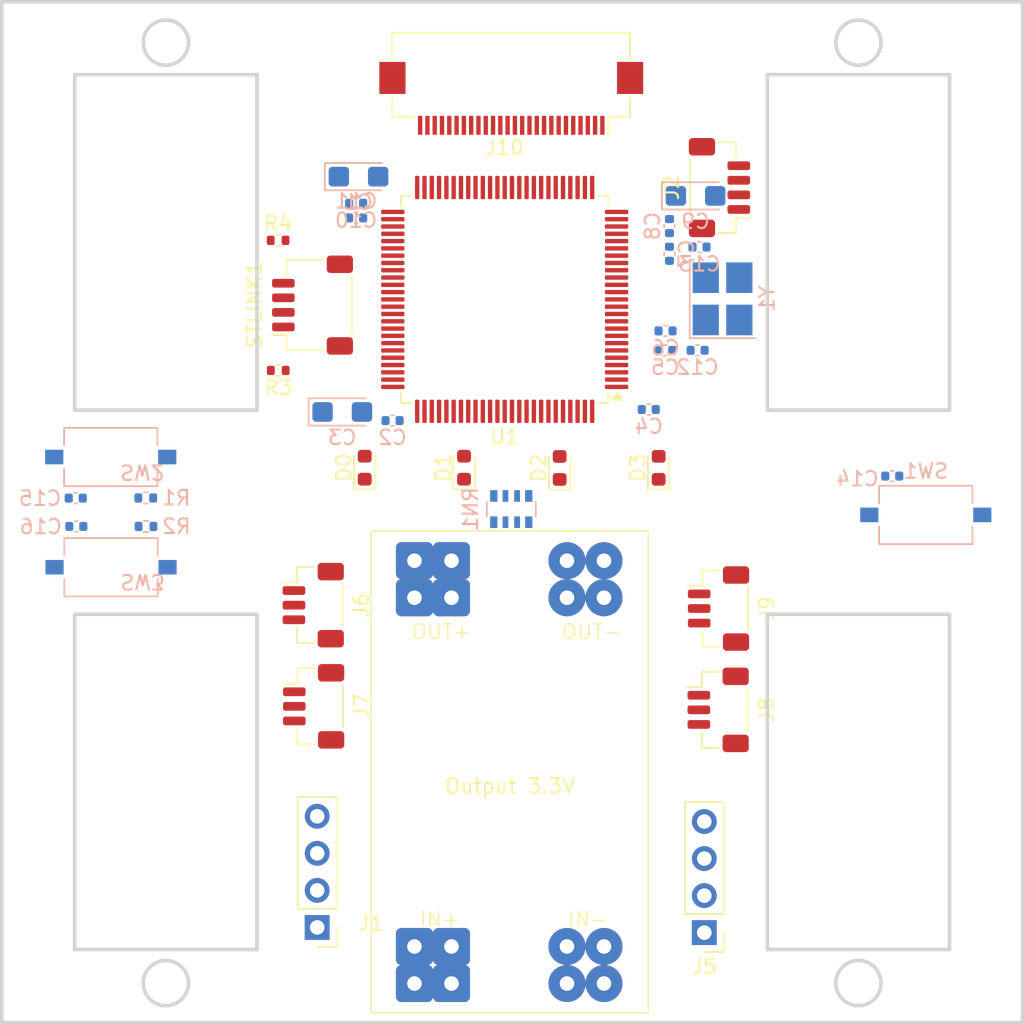
<source format=kicad_pcb>
(kicad_pcb (version 20240108) (generator "pcbnew") (generator_version "8.0")
  (layers (0 "F.Cu" signal) (31 "B.Cu" signal) (34 "B.Paste" user) (35 "F.Paste" user) (36 "B.SilkS" user "B.Silkscreen") (37 "F.SilkS" user "F.Silkscreen") (38 "B.Mask" user) (39 "F.Mask" user) (44 "Edge.Cuts" user))
  (net 0 "")
  (net 1 "Net-(U1-VCAP_1)")
  (net 2 "GND")
  (net 3 "+3.3V")
  (net 4 "Net-(U1-VCAP_2)")
  (net 5 "/PH0")
  (net 6 "/PH1")
  (net 7 "/SWCLK")
  (net 8 "/SWDIO")
  (net 13 "Net-(D1-K)")
  (net 16 "Net-(D3-K)")
  (net 22 "/USART1_TX")
  (net 23 "/NRST")
  (net 26 "+5V")
  (net 31 "/USART2_TX")
  (net 32 "/USART3_TX")
  (net 33 "/I2C1_SCL")
  (net 36 "/I2C1_SDA")
  (net 37 "/BUTTON_1")
  (net 41 "/I2C4_SCL")
  (net 43 "/NE_IN1")
  (net 46 "/SE_ENC_A")
  (net 51 "/USART1_RX")
  (net 54 "/SE_IN1")
  (net 58 "/NW_ENC_A")
  (net 59 "/SW_IN2")
  (net 60 "/NW_ENC_B")
  (net 61 "/SW_PWM")
  (net 62 "/SE_ENC_B")
  (net 63 "/NW_IN2")
  (net 64 "/NE_IN2")
  (net 65 "/NE_PWM")
  (net 66 "/NW_PWM")
  (net 67 "/I2C4_SDA")
  (net 68 "/SW_ENC_B")
  (net 69 "/NW_IN1")
  (net 70 "/SW_IN1")
  (net 71 "/SE_IN2")
  (net 72 "/USART2_RX")
  (net 73 "/USART3_RX")
  (net 74 "/SW_ENC_A")
  (net 75 "/SE_PWM")
  (net 76 "/SW_SERVO")
  (net 77 "/NE_ENC_B")
  (net 78 "/NE_SERVO")
  (net 79 "/NE_ENC_A")
  (net 80 "/SE_SERVO")
  (net 81 "/NW_SERVO")
  (net 83 "/S_TOF")
  (net 84 "/W_TOF")
  (net 85 "/N_TOF")
  (net 86 "/E_TOF")
  (net 88 "/LED_0")
  (net 89 "/LED_1")
  (net 90 "/LED_2")
  (net 91 "/LED_3")
  (net 92 "/BUTTON_0")
  (net 93 "Net-(D0-K)")
  (net 94 "Net-(D2-K)")
  (net 95 "Net-(J5-Pin_2)")
  (net 96 "Net-(J5-Pin_1)")
  (footprint "Resistor_SMD:R_0402_1005Metric" (layer "F.Cu") (at 123.13 86.21)
    (property "Reference" "R4" (at 0 -1.17 0) (layer "F.SilkS"))
    (property "Value" "10K")
    (pad "1" smd roundrect (at -0.51 0) (size 0.54 0.64) (layers "F.Cu" "F.Paste" "F.Mask") (net 2 "GND"))
    (pad "2" smd roundrect (at 0.51 0) (size 0.54 0.64) (layers "F.Cu" "F.Paste" "F.Mask") (net 8 "/SWDIO"))
  )
  (footprint "Connector_JST:JST_SH_BM03B-SRSS-TB_1x03-1MP_P1.00mm_Vertical" (layer "F.Cu") (at 153.335 111.46 -90)
    (property "Reference" "J9" (at 0 -3.3 90) (layer "F.SilkS"))
    (property "Value" "Conn_01x03_Pin")
    (pad "1" smd roundrect (at -1 1.325 270) (size 0.6 1.55) (layers "F.Cu" "F.Paste" "F.Mask") (net 78 "/NE_SERVO"))
    (pad "2" smd roundrect (at 0 1.325 270) (size 0.6 1.55) (layers "F.Cu" "F.Paste" "F.Mask") (net 26 "+5V"))
    (pad "3" smd roundrect (at 1 1.325 270) (size 0.6 1.55) (layers "F.Cu" "F.Paste" "F.Mask") (net 2 "GND"))
    (pad "MP" smd roundrect (at -2.3 -1.2 270) (size 1.2 1.8) (layers "F.Cu" "F.Paste" "F.Mask") (roundrect_rratio 0.208333))
    (pad "MP" smd roundrect (at 2.3 -1.2 270) (size 1.2 1.8) (layers "F.Cu" "F.Paste" "F.Mask") (roundrect_rratio 0.208333))
  )
  (footprint "Mini560:Mini560_5A" (layer "F.Cu") (at 138.02 122.64)
    (property "Reference" "U2")
    (property "Value" "Output 3.3V" (at 1 1 0) (layer "F.SilkS"))
    (fp_text user "IN+" (at -5.24 10.73 0) (layer "F.SilkS") (effects (font (thickness 0.1)) (justify left bottom)))
    (fp_text user "OUT-" (at 4.5 -9 0) (layer "F.SilkS") (effects (font (thickness 0.1)) (justify left bottom)))
    (fp_text user "OUT+" (at -5.8 -9 0) (layer "F.SilkS") (effects (font (thickness 0.1)) (justify left bottom)))
    (fp_text user "IN-" (at 4.92 10.73 0) (layer "F.SilkS") (effects (font (thickness 0.1)) (justify left bottom)))
    (pad "IN+" thru_hole roundrect (at -5.54 12) (size 2.54 2.54) (drill 1) (layers "*.Cu" "*.Mask") (roundrect_rratio 0.147059))
    (pad "IN+" thru_hole roundrect (at -5.54 14.54) (size 2.54 2.54) (drill 1) (layers "*.Cu" "*.Mask") (roundrect_rratio 0.147059))
    (pad "IN+" thru_hole roundrect (at -3 12) (size 2.54 2.54) (drill 1) (layers "*.Cu" "*.Mask") (roundrect_rratio 0.147059))
    (pad "IN+" thru_hole roundrect (at -3 14.54) (size 2.54 2.54) (drill 1) (layers "*.Cu" "*.Mask") (roundrect_rratio 0.147059))
    (pad "IN-" thru_hole oval (at 4.92 12) (size 2.54 2.54) (drill 1) (layers "*.Cu" "*.Mask"))
    (pad "IN-" thru_hole oval (at 4.92 14.54) (size 2.54 2.54) (drill 1) (layers "*.Cu" "*.Mask"))
    (pad "IN-" thru_hole oval (at 7.46 12) (size 2.54 2.54) (drill 1) (layers "*.Cu" "*.Mask"))
    (pad "IN-" thru_hole oval (at 7.46 14.54) (size 2.54 2.54) (drill 1) (layers "*.Cu" "*.Mask"))
    (pad "OUT+" thru_hole roundrect (at -5.54 -14.46) (size 2.54 2.54) (drill 1) (layers "*.Cu" "*.Mask") (roundrect_rratio 0.147059))
    (pad "OUT+" thru_hole roundrect (at -5.54 -11.92) (size 2.54 2.54) (drill 1) (layers "*.Cu" "*.Mask") (roundrect_rratio 0.147059))
    (pad "OUT+" thru_hole roundrect (at -3 -14.46) (size 2.54 2.54) (drill 1) (layers "*.Cu" "*.Mask") (roundrect_rratio 0.147059))
    (pad "OUT+" thru_hole roundrect (at -3 -11.92) (size 2.54 2.54) (drill 1) (layers "*.Cu" "*.Mask") (roundrect_rratio 0.147059))
    (pad "OUT-" thru_hole oval (at 4.92 -14.46) (size 2.54 2.54) (drill 1) (layers "*.Cu" "*.Mask"))
    (pad "OUT-" thru_hole oval (at 4.92 -11.92) (size 2.54 2.54) (drill 1) (layers "*.Cu" "*.Mask"))
    (pad "OUT-" thru_hole oval (at 7.46 -14.46) (size 2.54 2.54) (drill 1) (layers "*.Cu" "*.Mask"))
    (pad "OUT-" thru_hole oval (at 7.46 -11.92) (size 2.54 2.54) (drill 1) (layers "*.Cu" "*.Mask"))
  )
  (footprint "LED_SMD:LED_0603_1608Metric" (layer "F.Cu") (at 129.07 101.8025 90)
    (property "Reference" "D0" (at 0 -1.43 90) (layer "F.SilkS"))
    (property "Value" "3VL")
    (pad "1" smd roundrect (at -0.7875 0 90) (size 0.875 0.95) (layers "F.Cu" "F.Paste" "F.Mask") (net 93 "Net-(D0-K)"))
    (pad "2" smd roundrect (at 0.7875 0 90) (size 0.875 0.95) (layers "F.Cu" "F.Paste" "F.Mask") (net 88 "/LED_0"))
  )
  (footprint "Package_QFP:LQFP-100_14x14mm_P0.5mm" (layer "F.Cu") (at 138.67 90.26 180)
    (property "Reference" "U1" (at 0 -9.42 0) (layer "F.SilkS"))
    (property "Value" "STM32H743VIT6")
    (pad "1" smd roundrect (at -7.675 -6 180) (size 1.6 0.3) (layers "F.Cu" "F.Paste" "F.Mask"))
    (pad "2" smd roundrect (at -7.675 -5.5 180) (size 1.6 0.3) (layers "F.Cu" "F.Paste" "F.Mask"))
    (pad "3" smd roundrect (at -7.675 -5 180) (size 1.6 0.3) (layers "F.Cu" "F.Paste" "F.Mask"))
    (pad "4" smd roundrect (at -7.675 -4.5 180) (size 1.6 0.3) (layers "F.Cu" "F.Paste" "F.Mask"))
    (pad "5" smd roundrect (at -7.675 -4 180) (size 1.6 0.3) (layers "F.Cu" "F.Paste" "F.Mask"))
    (pad "6" smd roundrect (at -7.675 -3.5 180) (size 1.6 0.3) (layers "F.Cu" "F.Paste" "F.Mask") (net 3 "+3.3V"))
    (pad "7" smd roundrect (at -7.675 -3 180) (size 1.6 0.3) (layers "F.Cu" "F.Paste" "F.Mask"))
    (pad "8" smd roundrect (at -7.675 -2.5 180) (size 1.6 0.3) (layers "F.Cu" "F.Paste" "F.Mask"))
    (pad "9" smd roundrect (at -7.675 -2 180) (size 1.6 0.3) (layers "F.Cu" "F.Paste" "F.Mask"))
    (pad "10" smd roundrect (at -7.675 -1.5 180) (size 1.6 0.3) (layers "F.Cu" "F.Paste" "F.Mask") (net 2 "GND"))
    (pad "11" smd roundrect (at -7.675 -1 180) (size 1.6 0.3) (layers "F.Cu" "F.Paste" "F.Mask") (net 3 "+3.3V"))
    (pad "12" smd roundrect (at -7.675 -0.5 180) (size 1.6 0.3) (layers "F.Cu" "F.Paste" "F.Mask") (net 5 "/PH0"))
    (pad "13" smd roundrect (at -7.675 0 180) (size 1.6 0.3) (layers "F.Cu" "F.Paste" "F.Mask") (net 6 "/PH1"))
    (pad "14" smd roundrect (at -7.675 0.5 180) (size 1.6 0.3) (layers "F.Cu" "F.Paste" "F.Mask") (net 23 "/NRST"))
    (pad "15" smd roundrect (at -7.675 1 180) (size 1.6 0.3) (layers "F.Cu" "F.Paste" "F.Mask") (net 85 "/N_TOF"))
    (pad "16" smd roundrect (at -7.675 1.5 180) (size 1.6 0.3) (layers "F.Cu" "F.Paste" "F.Mask") (net 84 "/W_TOF"))
    (pad "17" smd roundrect (at -7.675 2 180) (size 1.6 0.3) (layers "F.Cu" "F.Paste" "F.Mask") (net 83 "/S_TOF"))
    (pad "18" smd roundrect (at -7.675 2.5 180) (size 1.6 0.3) (layers "F.Cu" "F.Paste" "F.Mask") (net 86 "/E_TOF"))
    (pad "19" smd roundrect (at -7.675 3 180) (size 1.6 0.3) (layers "F.Cu" "F.Paste" "F.Mask") (net 3 "+3.3V"))
    (pad "20" smd roundrect (at -7.675 3.5 180) (size 1.6 0.3) (layers "F.Cu" "F.Paste" "F.Mask") (net 2 "GND"))
    (pad "21" smd roundrect (at -7.675 4 180) (size 1.6 0.3) (layers "F.Cu" "F.Paste" "F.Mask") (net 3 "+3.3V"))
    (pad "22" smd roundrect (at -7.675 4.5 180) (size 1.6 0.3) (layers "F.Cu" "F.Paste" "F.Mask") (net 3 "+3.3V"))
    (pad "23" smd roundrect (at -7.675 5 180) (size 1.6 0.3) (layers "F.Cu" "F.Paste" "F.Mask") (net 79 "/NE_ENC_A"))
    (pad "24" smd roundrect (at -7.675 5.5 180) (size 1.6 0.3) (layers "F.Cu" "F.Paste" "F.Mask") (net 77 "/NE_ENC_B"))
    (pad "25" smd roundrect (at -7.675 6 180) (size 1.6 0.3) (layers "F.Cu" "F.Paste" "F.Mask") (net 31 "/USART2_TX"))
    (pad "26" smd roundrect (at -6 7.675 180) (size 0.3 1.6) (layers "F.Cu" "F.Paste" "F.Mask") (net 72 "/USART2_RX"))
    (pad "27" smd roundrect (at -5.5 7.675 180) (size 0.3 1.6) (layers "F.Cu" "F.Paste" "F.Mask") (net 2 "GND"))
    (pad "28" smd roundrect (at -5 7.675 180) (size 0.3 1.6) (layers "F.Cu" "F.Paste" "F.Mask") (net 3 "+3.3V"))
    (pad "29" smd roundrect (at -4.5 7.675 180) (size 0.3 1.6) (layers "F.Cu" "F.Paste" "F.Mask"))
    (pad "30" smd roundrect (at -4 7.675 180) (size 0.3 1.6) (layers "F.Cu" "F.Paste" "F.Mask") (net 58 "/NW_ENC_A"))
    (pad "31" smd roundrect (at -3.5 7.675 180) (size 0.3 1.6) (layers "F.Cu" "F.Paste" "F.Mask") (net 74 "/SW_ENC_A"))
    (pad "32" smd roundrect (at -3 7.675 180) (size 0.3 1.6) (layers "F.Cu" "F.Paste" "F.Mask") (net 68 "/SW_ENC_B"))
    (pad "33" smd roundrect (at -2.5 7.675 180) (size 0.3 1.6) (layers "F.Cu" "F.Paste" "F.Mask"))
    (pad "34" smd roundrect (at -2 7.675 180) (size 0.3 1.6) (layers "F.Cu" "F.Paste" "F.Mask"))
    (pad "35" smd roundrect (at -1.5 7.675 180) (size 0.3 1.6) (layers "F.Cu" "F.Paste" "F.Mask") (net 69 "/NW_IN1"))
    (pad "36" smd roundrect (at -1 7.675 180) (size 0.3 1.6) (layers "F.Cu" "F.Paste" "F.Mask") (net 63 "/NW_IN2"))
    (pad "37" smd roundrect (at -0.5 7.675 180) (size 0.3 1.6) (layers "F.Cu" "F.Paste" "F.Mask") (net 70 "/SW_IN1"))
    (pad "38" smd roundrect (at 0 7.675 180) (size 0.3 1.6) (layers "F.Cu" "F.Paste" "F.Mask") (net 59 "/SW_IN2"))
    (pad "39" smd roundrect (at 0.5 7.675 180) (size 0.3 1.6) (layers "F.Cu" "F.Paste" "F.Mask") (net 54 "/SE_IN1"))
    (pad "40" smd roundrect (at 1 7.675 180) (size 0.3 1.6) (layers "F.Cu" "F.Paste" "F.Mask") (net 66 "/NW_PWM"))
    (pad "41" smd roundrect (at 1.5 7.675 180) (size 0.3 1.6) (layers "F.Cu" "F.Paste" "F.Mask") (net 71 "/SE_IN2"))
    (pad "42" smd roundrect (at 2 7.675 180) (size 0.3 1.6) (layers "F.Cu" "F.Paste" "F.Mask") (net 61 "/SW_PWM"))
    (pad "43" smd roundrect (at 2.5 7.675 180) (size 0.3 1.6) (layers "F.Cu" "F.Paste" "F.Mask") (net 43 "/NE_IN1"))
    (pad "44" smd roundrect (at 3 7.675 180) (size 0.3 1.6) (layers "F.Cu" "F.Paste" "F.Mask") (net 75 "/SE_PWM"))
    (pad "45" smd roundrect (at 3.5 7.675 180) (size 0.3 1.6) (layers "F.Cu" "F.Paste" "F.Mask") (net 65 "/NE_PWM"))
    (pad "46" smd roundrect (at 4 7.675 180) (size 0.3 1.6) (layers "F.Cu" "F.Paste" "F.Mask") (net 64 "/NE_IN2"))
    (pad "47" smd roundrect (at 4.5 7.675 180) (size 0.3 1.6) (layers "F.Cu" "F.Paste" "F.Mask"))
    (pad "48" smd roundrect (at 5 7.675 180) (size 0.3 1.6) (layers "F.Cu" "F.Paste" "F.Mask"))
    (pad "49" smd roundrect (at 5.5 7.675 180) (size 0.3 1.6) (layers "F.Cu" "F.Paste" "F.Mask") (net 1 "Net-(U1-VCAP_1)"))
    (pad "50" smd roundrect (at 6 7.675 180) (size 0.3 1.6) (layers "F.Cu" "F.Paste" "F.Mask") (net 3 "+3.3V"))
    (pad "51" smd roundrect (at 7.675 6 180) (size 1.6 0.3) (layers "F.Cu" "F.Paste" "F.Mask"))
    (pad "52" smd roundrect (at 7.675 5.5 180) (size 1.6 0.3) (layers "F.Cu" "F.Paste" "F.Mask"))
    (pad "53" smd roundrect (at 7.675 5 180) (size 1.6 0.3) (layers "F.Cu" "F.Paste" "F.Mask") (net 22 "/USART1_TX"))
    (pad "54" smd roundrect (at 7.675 4.5 180) (size 1.6 0.3) (layers "F.Cu" "F.Paste" "F.Mask") (net 51 "/USART1_RX"))
    (pad "55" smd roundrect (at 7.675 4 180) (size 1.6 0.3) (layers "F.Cu" "F.Paste" "F.Mask") (net 32 "/USART3_TX"))
    (pad "56" smd roundrect (at 7.675 3.5 180) (size 1.6 0.3) (layers "F.Cu" "F.Paste" "F.Mask") (net 73 "/USART3_RX"))
    (pad "57" smd roundrect (at 7.675 3 180) (size 1.6 0.3) (layers "F.Cu" "F.Paste" "F.Mask"))
    (pad "58" smd roundrect (at 7.675 2.5 180) (size 1.6 0.3) (layers "F.Cu" "F.Paste" "F.Mask"))
    (pad "59" smd roundrect (at 7.675 2 180) (size 1.6 0.3) (layers "F.Cu" "F.Paste" "F.Mask") (net 46 "/SE_ENC_A"))
    (pad "60" smd roundrect (at 7.675 1.5 180) (size 1.6 0.3) (layers "F.Cu" "F.Paste" "F.Mask") (net 62 "/SE_ENC_B"))
    (pad "61" smd roundrect (at 7.675 1 180) (size 1.6 0.3) (layers "F.Cu" "F.Paste" "F.Mask"))
    (pad "62" smd roundrect (at 7.675 0.5 180) (size 1.6 0.3) (layers "F.Cu" "F.Paste" "F.Mask"))
    (pad "63" smd roundrect (at 7.675 0 180) (size 1.6 0.3) (layers "F.Cu" "F.Paste" "F.Mask") (net 81 "/NW_SERVO"))
    (pad "64" smd roundrect (at 7.675 -0.5 180) (size 1.6 0.3) (layers "F.Cu" "F.Paste" "F.Mask") (net 76 "/SW_SERVO"))
    (pad "65" smd roundrect (at 7.675 -1 180) (size 1.6 0.3) (layers "F.Cu" "F.Paste" "F.Mask") (net 80 "/SE_SERVO"))
    (pad "66" smd roundrect (at 7.675 -1.5 180) (size 1.6 0.3) (layers "F.Cu" "F.Paste" "F.Mask") (net 78 "/NE_SERVO"))
    (pad "67" smd roundrect (at 7.675 -2 180) (size 1.6 0.3) (layers "F.Cu" "F.Paste" "F.Mask"))
    (pad "68" smd roundrect (at 7.675 -2.5 180) (size 1.6 0.3) (layers "F.Cu" "F.Paste" "F.Mask"))
    (pad "69" smd roundrect (at 7.675 -3 180) (size 1.6 0.3) (layers "F.Cu" "F.Paste" "F.Mask"))
    (pad "70" smd roundrect (at 7.675 -3.5 180) (size 1.6 0.3) (layers "F.Cu" "F.Paste" "F.Mask"))
    (pad "71" smd roundrect (at 7.675 -4 180) (size 1.6 0.3) (layers "F.Cu" "F.Paste" "F.Mask"))
    (pad "72" smd roundrect (at 7.675 -4.5 180) (size 1.6 0.3) (layers "F.Cu" "F.Paste" "F.Mask") (net 8 "/SWDIO"))
    (pad "73" smd roundrect (at 7.675 -5 180) (size 1.6 0.3) (layers "F.Cu" "F.Paste" "F.Mask") (net 4 "Net-(U1-VCAP_2)"))
    (pad "74" smd roundrect (at 7.675 -5.5 180) (size 1.6 0.3) (layers "F.Cu" "F.Paste" "F.Mask") (net 2 "GND"))
    (pad "75" smd roundrect (at 7.675 -6 180) (size 1.6 0.3) (layers "F.Cu" "F.Paste" "F.Mask") (net 3 "+3.3V"))
    (pad "76" smd roundrect (at 6 -7.675 180) (size 0.3 1.6) (layers "F.Cu" "F.Paste" "F.Mask") (net 7 "/SWCLK"))
    (pad "77" smd roundrect (at 5.5 -7.675 180) (size 0.3 1.6) (layers "F.Cu" "F.Paste" "F.Mask"))
    (pad "78" smd roundrect (at 5 -7.675 180) (size 0.3 1.6) (layers "F.Cu" "F.Paste" "F.Mask"))
    (pad "79" smd roundrect (at 4.5 -7.675 180) (size 0.3 1.6) (layers "F.Cu" "F.Paste" "F.Mask"))
    (pad "80" smd roundrect (at 4 -7.675 180) (size 0.3 1.6) (layers "F.Cu" "F.Paste" "F.Mask"))
    (pad "81" smd roundrect (at 3.5 -7.675 180) (size 0.3 1.6) (layers "F.Cu" "F.Paste" "F.Mask") (net 92 "/BUTTON_0"))
    (pad "82" smd roundrect (at 3 -7.675 180) (size 0.3 1.6) (layers "F.Cu" "F.Paste" "F.Mask") (net 37 "/BUTTON_1"))
    (pad "83" smd roundrect (at 2.5 -7.675 180) (size 0.3 1.6) (layers "F.Cu" "F.Paste" "F.Mask") (net 88 "/LED_0"))
    (pad "84" smd roundrect (at 2 -7.675 180) (size 0.3 1.6) (layers "F.Cu" "F.Paste" "F.Mask") (net 89 "/LED_1"))
    (pad "85" smd roundrect (at 1.5 -7.675 180) (size 0.3 1.6) (layers "F.Cu" "F.Paste" "F.Mask") (net 90 "/LED_2"))
    (pad "86" smd roundrect (at 1 -7.675 180) (size 0.3 1.6) (layers "F.Cu" "F.Paste" "F.Mask") (net 91 "/LED_3"))
    (pad "87" smd roundrect (at 0.5 -7.675 180) (size 0.3 1.6) (layers "F.Cu" "F.Paste" "F.Mask"))
    (pad "88" smd roundrect (at 0 -7.675 180) (size 0.3 1.6) (layers "F.Cu" "F.Paste" "F.Mask"))
    (pad "89" smd roundrect (at -0.5 -7.675 180) (size 0.3 1.6) (layers "F.Cu" "F.Paste" "F.Mask") (net 60 "/NW_ENC_B"))
    (pad "90" smd roundrect (at -1 -7.675 180) (size 0.3 1.6) (layers "F.Cu" "F.Paste" "F.Mask"))
    (pad "91" smd roundrect (at -1.5 -7.675 180) (size 0.3 1.6) (layers "F.Cu" "F.Paste" "F.Mask"))
    (pad "92" smd roundrect (at -2 -7.675 180) (size 0.3 1.6) (layers "F.Cu" "F.Paste" "F.Mask") (net 33 "/I2C1_SCL"))
    (pad "93" smd roundrect (at -2.5 -7.675 180) (size 0.3 1.6) (layers "F.Cu" "F.Paste" "F.Mask") (net 36 "/I2C1_SDA"))
    (pad "94" smd roundrect (at -3 -7.675 180) (size 0.3 1.6) (layers "F.Cu" "F.Paste" "F.Mask") (net 2 "GND"))
    (pad "95" smd roundrect (at -3.5 -7.675 180) (size 0.3 1.6) (layers "F.Cu" "F.Paste" "F.Mask") (net 41 "/I2C4_SCL"))
    (pad "96" smd roundrect (at -4 -7.675 180) (size 0.3 1.6) (layers "F.Cu" "F.Paste" "F.Mask") (net 67 "/I2C4_SDA"))
    (pad "97" smd roundrect (at -4.5 -7.675 180) (size 0.3 1.6) (layers "F.Cu" "F.Paste" "F.Mask"))
    (pad "98" smd roundrect (at -5 -7.675 180) (size 0.3 1.6) (layers "F.Cu" "F.Paste" "F.Mask"))
    (pad "99" smd roundrect (at -5.5 -7.675 180) (size 0.3 1.6) (layers "F.Cu" "F.Paste" "F.Mask") (net 2 "GND"))
    (pad "100" smd roundrect (at -6 -7.675 180) (size 0.3 1.6) (layers "F.Cu" "F.Paste" "F.Mask") (net 3 "+3.3V"))
  )
  (footprint "Connector_JST:JST_SH_BM04B-SRSS-TB_1x04-1MP_P1.00mm_Vertical" (layer "F.Cu") (at 153.4 82.59 90)
    (property "Reference" "J2" (at 0 -3.3 90) (layer "F.SilkS"))
    (property "Value" "MPU")
    (pad "1" smd roundrect (at -1.5 1.325 90) (size 0.6 1.55) (layers "F.Cu" "F.Paste" "F.Mask") (net 3 "+3.3V"))
    (pad "2" smd roundrect (at -0.5 1.325 90) (size 0.6 1.55) (layers "F.Cu" "F.Paste" "F.Mask") (net 31 "/USART2_TX"))
    (pad "3" smd roundrect (at 0.5 1.325 90) (size 0.6 1.55) (layers "F.Cu" "F.Paste" "F.Mask") (net 72 "/USART2_RX"))
    (pad "4" smd roundrect (at 1.5 1.325 90) (size 0.6 1.55) (layers "F.Cu" "F.Paste" "F.Mask") (net 2 "GND"))
    (pad "MP" smd roundrect (at -2.8 -1.2 90) (size 1.2 1.8) (layers "F.Cu" "F.Paste" "F.Mask") (roundrect_rratio 0.208333))
    (pad "MP" smd roundrect (at 2.8 -1.2 90) (size 1.2 1.8) (layers "F.Cu" "F.Paste" "F.Mask") (roundrect_rratio 0.208333))
  )
  (footprint "Connector_JST:JST_SH_BM03B-SRSS-TB_1x03-1MP_P1.00mm_Vertical" (layer "F.Cu") (at 125.54 111.23 -90)
    (property "Reference" "J6" (at 0 -3.3 90) (layer "F.SilkS"))
    (property "Value" "Conn_01x03_Pin")
    (pad "1" smd roundrect (at -1 1.325 270) (size 0.6 1.55) (layers "F.Cu" "F.Paste" "F.Mask") (net 81 "/NW_SERVO"))
    (pad "2" smd roundrect (at 0 1.325 270) (size 0.6 1.55) (layers "F.Cu" "F.Paste" "F.Mask") (net 26 "+5V"))
    (pad "3" smd roundrect (at 1 1.325 270) (size 0.6 1.55) (layers "F.Cu" "F.Paste" "F.Mask") (net 2 "GND"))
    (pad "MP" smd roundrect (at -2.3 -1.2 270) (size 1.2 1.8) (layers "F.Cu" "F.Paste" "F.Mask") (roundrect_rratio 0.208333))
    (pad "MP" smd roundrect (at 2.3 -1.2 270) (size 1.2 1.8) (layers "F.Cu" "F.Paste" "F.Mask") (roundrect_rratio 0.208333))
  )
  (footprint "Resistor_SMD:R_0402_1005Metric" (layer "F.Cu") (at 123.14 95.13 180)
    (property "Reference" "R3" (at 0 -1.17 0) (layer "F.SilkS"))
    (property "Value" "10K")
    (pad "1" smd roundrect (at -0.51 0 180) (size 0.54 0.64) (layers "F.Cu" "F.Paste" "F.Mask") (net 7 "/SWCLK"))
    (pad "2" smd roundrect (at 0.51 0 180) (size 0.54 0.64) (layers "F.Cu" "F.Paste" "F.Mask") (net 3 "+3.3V"))
  )
  (footprint "Connector_FFC-FPC:Hirose_FH12-26S-0.5SH_1x26-1MP_P0.50mm_Horizontal" (layer "F.Cu") (at 139.12 76.47 180)
    (property "Reference" "J10" (at 0.46 -3.38 0) (layer "F.SilkS"))
    (property "Value" "Conn_01x26_Socket")
    (pad "1" smd rect (at -6.25 -1.85 180) (size 0.3 1.3) (layers "F.Cu" "F.Paste" "F.Mask") (net 85 "/N_TOF"))
    (pad "2" smd rect (at -5.75 -1.85 180) (size 0.3 1.3) (layers "F.Cu" "F.Paste" "F.Mask") (net 84 "/W_TOF"))
    (pad "3" smd rect (at -5.25 -1.85 180) (size 0.3 1.3) (layers "F.Cu" "F.Paste" "F.Mask") (net 83 "/S_TOF"))
    (pad "4" smd rect (at -4.75 -1.85 180) (size 0.3 1.3) (layers "F.Cu" "F.Paste" "F.Mask") (net 86 "/E_TOF"))
    (pad "5" smd rect (at -4.25 -1.85 180) (size 0.3 1.3) (layers "F.Cu" "F.Paste" "F.Mask") (net 69 "/NW_IN1"))
    (pad "6" smd rect (at -3.75 -1.85 180) (size 0.3 1.3) (layers "F.Cu" "F.Paste" "F.Mask") (net 63 "/NW_IN2"))
    (pad "7" smd rect (at -3.25 -1.85 180) (size 0.3 1.3) (layers "F.Cu" "F.Paste" "F.Mask") (net 66 "/NW_PWM"))
    (pad "8" smd rect (at -2.75 -1.85 180) (size 0.3 1.3) (layers "F.Cu" "F.Paste" "F.Mask") (net 58 "/NW_ENC_A"))
    (pad "9" smd rect (at -2.25 -1.85 180) (size 0.3 1.3) (layers "F.Cu" "F.Paste" "F.Mask") (net 60 "/NW_ENC_B"))
    (pad "10" smd rect (at -1.75 -1.85 180) (size 0.3 1.3) (layers "F.Cu" "F.Paste" "F.Mask") (net 70 "/SW_IN1"))
    (pad "11" smd rect (at -1.25 -1.85 180) (size 0.3 1.3) (layers "F.Cu" "F.Paste" "F.Mask") (net 59 "/SW_IN2"))
    (pad "12" smd rect (at -0.75 -1.85 180) (size 0.3 1.3) (layers "F.Cu" "F.Paste" "F.Mask") (net 61 "/SW_PWM"))
    (pad "13" smd rect (at -0.25 -1.85 180) (size 0.3 1.3) (layers "F.Cu" "F.Paste" "F.Mask") (net 74 "/SW_ENC_A"))
    (pad "14" smd rect (at 0.25 -1.85 180) (size 0.3 1.3) (layers "F.Cu" "F.Paste" "F.Mask") (net 68 "/SW_ENC_B"))
    (pad "15" smd rect (at 0.75 -1.85 180) (size 0.3 1.3) (layers "F.Cu" "F.Paste" "F.Mask") (net 54 "/SE_IN1"))
    (pad "16" smd rect (at 1.25 -1.85 180) (size 0.3 1.3) (layers "F.Cu" "F.Paste" "F.Mask") (net 71 "/SE_IN2"))
    (pad "17" smd rect (at 1.75 -1.85 180) (size 0.3 1.3) (layers "F.Cu" "F.Paste" "F.Mask") (net 75 "/SE_PWM"))
    (pad "18" smd rect (at 2.25 -1.85 180) (size 0.3 1.3) (layers "F.Cu" "F.Paste" "F.Mask") (net 46 "/SE_ENC_A"))
    (pad "19" smd rect (at 2.75 -1.85 180) (size 0.3 1.3) (layers "F.Cu" "F.Paste" "F.Mask") (net 62 "/SE_ENC_B"))
    (pad "20" smd rect (at 3.25 -1.85 180) (size 0.3 1.3) (layers "F.Cu" "F.Paste" "F.Mask") (net 43 "/NE_IN1"))
    (pad "21" smd rect (at 3.75 -1.85 180) (size 0.3 1.3) (layers "F.Cu" "F.Paste" "F.Mask") (net 64 "/NE_IN2"))
    (pad "22" smd rect (at 4.25 -1.85 180) (size 0.3 1.3) (layers "F.Cu" "F.Paste" "F.Mask") (net 65 "/NE_PWM"))
    (pad "23" smd rect (at 4.75 -1.85 180) (size 0.3 1.3) (layers "F.Cu" "F.Paste" "F.Mask") (net 79 "/NE_ENC_A"))
    (pad "24" smd rect (at 5.25 -1.85 180) (size 0.3 1.3) (layers "F.Cu" "F.Paste" "F.Mask") (net 77 "/NE_ENC_B"))
    (pad "25" smd rect (at 5.75 -1.85 180) (size 0.3 1.3) (layers "F.Cu" "F.Paste" "F.Mask"))
    (pad "26" smd rect (at 6.25 -1.85 180) (size 0.3 1.3) (layers "F.Cu" "F.Paste" "F.Mask"))
    (pad "MP" smd rect (at -8.15 1.4 180) (size 1.8 2.2) (layers "F.Cu" "F.Paste" "F.Mask"))
    (pad "MP" smd rect (at 8.15 1.4 180) (size 1.8 2.2) (layers "F.Cu" "F.Paste" "F.Mask"))
  )
  (footprint "LED_SMD:LED_0603_1608Metric" (layer "F.Cu") (at 149.23 101.8125 90)
    (property "Reference" "D3" (at 0 -1.43 90) (layer "F.SilkS"))
    (property "Value" "3VL")
    (pad "1" smd roundrect (at -0.7875 0 90) (size 0.875 0.95) (layers "F.Cu" "F.Paste" "F.Mask") (net 16 "Net-(D3-K)"))
    (pad "2" smd roundrect (at 0.7875 0 90) (size 0.875 0.95) (layers "F.Cu" "F.Paste" "F.Mask") (net 91 "/LED_3"))
  )
  (footprint "Connector_JST:JST_SH_BM03B-SRSS-TB_1x03-1MP_P1.00mm_Vertical" (layer "F.Cu") (at 153.31 118.41 -90)
    (property "Reference" "J8" (at 0 -3.3 90) (layer "F.SilkS"))
    (property "Value" "Conn_01x03_Pin")
    (pad "1" smd roundrect (at -1 1.325 270) (size 0.6 1.55) (layers "F.Cu" "F.Paste" "F.Mask") (net 80 "/SE_SERVO"))
    (pad "2" smd roundrect (at 0 1.325 270) (size 0.6 1.55) (layers "F.Cu" "F.Paste" "F.Mask") (net 26 "+5V"))
    (pad "3" smd roundrect (at 1 1.325 270) (size 0.6 1.55) (layers "F.Cu" "F.Paste" "F.Mask") (net 2 "GND"))
    (pad "MP" smd roundrect (at -2.3 -1.2 270) (size 1.2 1.8) (layers "F.Cu" "F.Paste" "F.Mask") (roundrect_rratio 0.208333))
    (pad "MP" smd roundrect (at 2.3 -1.2 270) (size 1.2 1.8) (layers "F.Cu" "F.Paste" "F.Mask") (roundrect_rratio 0.208333))
  )
  (footprint "Connector_JST:JST_SH_SM04B-SRSS-TB_1x04-1MP_P1.00mm_Horizontal" (layer "F.Cu") (at 125.49 90.65 90)
    (property "Reference" "STLINK1" (at 0 -3.98 90) (layer "F.SilkS"))
    (property "Value" "STLINK")
    (pad "1" smd roundrect (at -1.5 -2 90) (size 0.6 1.55) (layers "F.Cu" "F.Paste" "F.Mask") (net 3 "+3.3V"))
    (pad "2" smd roundrect (at -0.5 -2 90) (size 0.6 1.55) (layers "F.Cu" "F.Paste" "F.Mask") (net 2 "GND"))
    (pad "3" smd roundrect (at 0.5 -2 90) (size 0.6 1.55) (layers "F.Cu" "F.Paste" "F.Mask") (net 7 "/SWCLK"))
    (pad "4" smd roundrect (at 1.5 -2 90) (size 0.6 1.55) (layers "F.Cu" "F.Paste" "F.Mask") (net 8 "/SWDIO"))
    (pad "MP" smd roundrect (at -2.8 1.875 90) (size 1.2 1.8) (layers "F.Cu" "F.Paste" "F.Mask") (roundrect_rratio 0.208333))
    (pad "MP" smd roundrect (at 2.8 1.875 90) (size 1.2 1.8) (layers "F.Cu" "F.Paste" "F.Mask") (roundrect_rratio 0.208333))
  )
  (footprint "Connector_PinHeader_2.54mm:PinHeader_1x04_P2.54mm_Vertical" (layer "F.Cu") (at 125.81 133.33 180)
    (property "Reference" "J1" (at -3.7 0.29 0) (layer "F.SilkS"))
    (property "Value" "MPU")
    (pad "1" thru_hole rect (at 0 0 180) (size 1.7 1.7) (drill 1) (layers "*.Cu" "*.Mask") (net 3 "+3.3V"))
    (pad "2" thru_hole oval (at 0 2.54 180) (size 1.7 1.7) (drill 1) (layers "*.Cu" "*.Mask") (net 22 "/USART1_TX"))
    (pad "3" thru_hole oval (at 0 5.08 180) (size 1.7 1.7) (drill 1) (layers "*.Cu" "*.Mask") (net 51 "/USART1_RX"))
    (pad "4" thru_hole oval (at 0 7.62 180) (size 1.7 1.7) (drill 1) (layers "*.Cu" "*.Mask") (net 2 "GND"))
  )
  (footprint "Connector_PinHeader_2.54mm:PinHeader_1x04_P2.54mm_Vertical" (layer "F.Cu") (at 152.36 133.69 180)
    (property "Reference" "J5" (at 0 -2.33 0) (layer "F.SilkS"))
    (property "Value" "Conn_01x04_Pin")
    (pad "1" thru_hole rect (at 0 0 180) (size 1.7 1.7) (drill 1) (layers "*.Cu" "*.Mask") (net 96 "Net-(J5-Pin_1)"))
    (pad "2" thru_hole oval (at 0 2.54 180) (size 1.7 1.7) (drill 1) (layers "*.Cu" "*.Mask") (net 95 "Net-(J5-Pin_2)"))
    (pad "3" thru_hole oval (at 0 5.08 180) (size 1.7 1.7) (drill 1) (layers "*.Cu" "*.Mask") (net 26 "+5V"))
    (pad "4" thru_hole oval (at 0 7.62 180) (size 1.7 1.7) (drill 1) (layers "*.Cu" "*.Mask") (net 2 "GND"))
  )
  (footprint "Connector_JST:JST_SH_BM03B-SRSS-TB_1x03-1MP_P1.00mm_Vertical" (layer "F.Cu") (at 125.565 118.17 -90)
    (property "Reference" "J7" (at 0 -3.3 90) (layer "F.SilkS"))
    (property "Value" "Conn_01x03_Pin")
    (pad "1" smd roundrect (at -1 1.325 270) (size 0.6 1.55) (layers "F.Cu" "F.Paste" "F.Mask") (net 76 "/SW_SERVO"))
    (pad "2" smd roundrect (at 0 1.325 270) (size 0.6 1.55) (layers "F.Cu" "F.Paste" "F.Mask") (net 26 "+5V"))
    (pad "3" smd roundrect (at 1 1.325 270) (size 0.6 1.55) (layers "F.Cu" "F.Paste" "F.Mask") (net 2 "GND"))
    (pad "MP" smd roundrect (at -2.3 -1.2 270) (size 1.2 1.8) (layers "F.Cu" "F.Paste" "F.Mask") (roundrect_rratio 0.208333))
    (pad "MP" smd roundrect (at 2.3 -1.2 270) (size 1.2 1.8) (layers "F.Cu" "F.Paste" "F.Mask") (roundrect_rratio 0.208333))
  )
  (footprint "LED_SMD:LED_0603_1608Metric" (layer "F.Cu") (at 135.88 101.8025 90)
    (property "Reference" "D1" (at 0 -1.43 90) (layer "F.SilkS"))
    (property "Value" "3VL")
    (pad "1" smd roundrect (at -0.7875 0 90) (size 0.875 0.95) (layers "F.Cu" "F.Paste" "F.Mask") (net 13 "Net-(D1-K)"))
    (pad "2" smd roundrect (at 0.7875 0 90) (size 0.875 0.95) (layers "F.Cu" "F.Paste" "F.Mask") (net 89 "/LED_1"))
  )
  (footprint "LED_SMD:LED_0603_1608Metric" (layer "F.Cu") (at 142.44 101.82 90)
    (property "Reference" "D2" (at 0 -1.43 90) (layer "F.SilkS"))
    (property "Value" "3VL")
    (pad "1" smd roundrect (at -0.7875 0 90) (size 0.875 0.95) (layers "F.Cu" "F.Paste" "F.Mask") (net 94 "Net-(D2-K)"))
    (pad "2" smd roundrect (at 0.7875 0 90) (size 0.875 0.95) (layers "F.Cu" "F.Paste" "F.Mask") (net 90 "/LED_2"))
  )
  (footprint "Resistor_SMD:R_0402_1005Metric" (layer "B.Cu") (at 114.07 105.83 180)
    (property "Reference" "R2" (at -2.09 0.01 0) (layer "B.SilkS") (effects (justify mirror)))
    (property "Value" "1K")
    (pad "1" smd roundrect (at -0.51 0 180) (size 0.54 0.64) (layers "B.Cu" "B.Paste" "B.Mask") (net 37 "/BUTTON_1"))
    (pad "2" smd roundrect (at 0.51 0 180) (size 0.54 0.64) (layers "B.Cu" "B.Paste" "B.Mask") (net 3 "+3.3V"))
  )
  (footprint "Button_Switch_SMD:SW_Tactile_SPST_NO_Straight_CK_PTS636Sx25SMTRLFS" (layer "B.Cu") (at 167.55 105.04 180)
    (property "Reference" "SW1" (at 0 3 0) (layer "B.SilkS") (effects (justify mirror)))
    (property "Value" "SW_Push")
    (pad "1" smd rect (at -3.875 0 180) (size 1.25 1) (layers "B.Cu" "B.Paste" "B.Mask") (net 2 "GND"))
    (pad "2" smd rect (at 3.875 0 180) (size 1.25 1) (layers "B.Cu" "B.Paste" "B.Mask") (net 23 "/NRST"))
  )
  (footprint "Button_Switch_SMD:SW_Tactile_SPST_NO_Straight_CK_PTS636Sx25SMTRLFS" (layer "B.Cu") (at 111.65 101.07)
    (property "Reference" "SW2" (at 2.17 1.035 180) (layer "B.SilkS") (effects (justify mirror)))
    (property "Value" "SW_Push")
    (pad "1" smd rect (at -3.875 0) (size 1.25 1) (layers "B.Cu" "B.Paste" "B.Mask") (net 2 "GND"))
    (pad "2" smd rect (at 3.875 0) (size 1.25 1) (layers "B.Cu" "B.Paste" "B.Mask") (net 92 "/BUTTON_0"))
  )
  (footprint "Capacitor_SMD:C_0402_1005Metric" (layer "B.Cu") (at 109.29 105.83)
    (property "Reference" "C16" (at -2.44 0.01 0) (layer "B.SilkS") (effects (justify mirror)))
    (property "Value" "100nF")
    (pad "1" smd roundrect (at -0.48 0) (size 0.56 0.62) (layers "B.Cu" "B.Paste" "B.Mask") (net 2 "GND"))
    (pad "2" smd roundrect (at 0.48 0) (size 0.56 0.62) (layers "B.Cu" "B.Paste" "B.Mask") (net 3 "+3.3V"))
  )
  (footprint "Resistor_SMD:R_0402_1005Metric" (layer "B.Cu") (at 114.05 103.88 180)
    (property "Reference" "R1" (at -2.09 0.01 0) (layer "B.SilkS") (effects (justify mirror)))
    (property "Value" "1K")
    (pad "1" smd roundrect (at -0.51 0 180) (size 0.54 0.64) (layers "B.Cu" "B.Paste" "B.Mask") (net 92 "/BUTTON_0"))
    (pad "2" smd roundrect (at 0.51 0 180) (size 0.54 0.64) (layers "B.Cu" "B.Paste" "B.Mask") (net 3 "+3.3V"))
  )
  (footprint "Capacitor_SMD:C_0402_1005Metric" (layer "B.Cu") (at 149.97 87.13 90)
    (property "Reference" "C7" (at 0 1.16 90) (layer "B.SilkS") (effects (justify mirror)))
    (property "Value" "100nF")
    (pad "1" smd roundrect (at -0.48 0 90) (size 0.56 0.62) (layers "B.Cu" "B.Paste" "B.Mask") (net 3 "+3.3V"))
    (pad "2" smd roundrect (at 0.48 0 90) (size 0.56 0.62) (layers "B.Cu" "B.Paste" "B.Mask") (net 2 "GND"))
  )
  (footprint "Capacitor_Tantalum_SMD:CP_EIA-3216-10_Kemet-I" (layer "B.Cu") (at 128.6425 81.84)
    (property "Reference" "C1" (at 0 1.75 0) (layer "B.SilkS") (effects (justify mirror)))
    (property "Value" "2.2uF")
    (pad "1" smd roundrect (at -1.35 0) (size 1.4 1.35) (layers "B.Cu" "B.Paste" "B.Mask") (roundrect_rratio 0.185185) (net 2 "GND"))
    (pad "2" smd roundrect (at 1.35 0) (size 1.4 1.35) (layers "B.Cu" "B.Paste" "B.Mask") (roundrect_rratio 0.185185) (net 1 "Net-(U1-VCAP_1)"))
  )
  (footprint "Capacitor_SMD:C_0402_1005Metric" (layer "B.Cu") (at 128.48 84.67 180)
    (property "Reference" "C11" (at 0 1.16 0) (layer "B.SilkS") (effects (justify mirror)))
    (property "Value" "100nF")
    (pad "1" smd roundrect (at -0.48 0 180) (size 0.56 0.62) (layers "B.Cu" "B.Paste" "B.Mask") (net 3 "+3.3V"))
    (pad "2" smd roundrect (at 0.48 0 180) (size 0.56 0.62) (layers "B.Cu" "B.Paste" "B.Mask") (net 2 "GND"))
  )
  (footprint "Capacitor_SMD:C_0402_1005Metric" (layer "B.Cu") (at 149.7 92.42)
    (property "Reference" "C6" (at 0 1.16 0) (layer "B.SilkS") (effects (justify mirror)))
    (property "Value" "100nF")
    (pad "1" smd roundrect (at -0.48 0) (size 0.56 0.62) (layers "B.Cu" "B.Paste" "B.Mask") (net 3 "+3.3V"))
    (pad "2" smd roundrect (at 0.48 0) (size 0.56 0.62) (layers "B.Cu" "B.Paste" "B.Mask") (net 2 "GND"))
  )
  (footprint "Capacitor_SMD:C_0402_1005Metric" (layer "B.Cu") (at 152.03 86.67)
    (property "Reference" "C13" (at 0 1.16 0) (layer "B.SilkS") (effects (justify mirror)))
    (property "Value" "15pF")
    (pad "1" smd roundrect (at -0.48 0) (size 0.56 0.62) (layers "B.Cu" "B.Paste" "B.Mask") (net 2 "GND"))
    (pad "2" smd roundrect (at 0.48 0) (size 0.56 0.62) (layers "B.Cu" "B.Paste" "B.Mask") (net 6 "/PH1"))
  )
  (footprint "Capacitor_SMD:C_0402_1005Metric" (layer "B.Cu") (at 128.48 83.67)
    (property "Reference" "C10" (at 0 1.16 0) (layer "B.SilkS") (effects (justify mirror)))
    (property "Value" "100nF")
    (pad "1" smd roundrect (at -0.48 0) (size 0.56 0.62) (layers "B.Cu" "B.Paste" "B.Mask") (net 2 "GND"))
    (pad "2" smd roundrect (at 0.48 0) (size 0.56 0.62) (layers "B.Cu" "B.Paste" "B.Mask") (net 3 "+3.3V"))
  )
  (footprint "Capacitor_Tantalum_SMD:CP_EIA-3216-10_Kemet-I" (layer "B.Cu") (at 127.53 97.98)
    (property "Reference" "C3" (at 0 1.75 0) (layer "B.SilkS") (effects (justify mirror)))
    (property "Value" "2.2uF")
    (pad "1" smd roundrect (at -1.35 0) (size 1.4 1.35) (layers "B.Cu" "B.Paste" "B.Mask") (roundrect_rratio 0.185185) (net 2 "GND"))
    (pad "2" smd roundrect (at 1.35 0) (size 1.4 1.35) (layers "B.Cu" "B.Paste" "B.Mask") (roundrect_rratio 0.185185) (net 4 "Net-(U1-VCAP_2)"))
  )
  (footprint "Capacitor_Tantalum_SMD:CP_EIA-3216-10_Kemet-I" (layer "B.Cu") (at 151.76 83.16)
    (property "Reference" "C9" (at 0 1.75 0) (layer "B.SilkS") (effects (justify mirror)))
    (property "Value" "4.7uF")
    (pad "1" smd roundrect (at -1.35 0) (size 1.4 1.35) (layers "B.Cu" "B.Paste" "B.Mask") (roundrect_rratio 0.185185) (net 3 "+3.3V"))
    (pad "2" smd roundrect (at 1.35 0) (size 1.4 1.35) (layers "B.Cu" "B.Paste" "B.Mask") (roundrect_rratio 0.185185) (net 2 "GND"))
  )
  (footprint "Capacitor_SMD:C_0402_1005Metric" (layer "B.Cu") (at 130.98 98.57)
    (property "Reference" "C2" (at 0 1.16 0) (layer "B.SilkS") (effects (justify mirror)))
    (property "Value" "100nF")
    (pad "1" smd roundrect (at -0.48 0) (size 0.56 0.62) (layers "B.Cu" "B.Paste" "B.Mask") (net 2 "GND"))
    (pad "2" smd roundrect (at 0.48 0) (size 0.56 0.62) (layers "B.Cu" "B.Paste" "B.Mask") (net 3 "+3.3V"))
  )
  (footprint "Capacitor_SMD:C_0402_1005Metric" (layer "B.Cu") (at 165.25 102.38 180)
    (property "Reference" "C14" (at 2.38 -0.18 0) (layer "B.SilkS") (effects (justify mirror)))
    (property "Value" "100nF")
    (pad "1" smd roundrect (at -0.48 0 180) (size 0.56 0.62) (layers "B.Cu" "B.Paste" "B.Mask") (net 2 "GND"))
    (pad "2" smd roundrect (at 0.48 0 180) (size 0.56 0.62) (layers "B.Cu" "B.Paste" "B.Mask") (net 23 "/NRST"))
  )
  (footprint "Capacitor_SMD:C_0402_1005Metric" (layer "B.Cu") (at 151.9 93.75)
    (property "Reference" "C12" (at 0 1.16 0) (layer "B.SilkS") (effects (justify mirror)))
    (property "Value" "15pF")
    (pad "1" smd roundrect (at -0.48 0) (size 0.56 0.62) (layers "B.Cu" "B.Paste" "B.Mask") (net 2 "GND"))
    (pad "2" smd roundrect (at 0.48 0) (size 0.56 0.62) (layers "B.Cu" "B.Paste" "B.Mask") (net 5 "/PH0"))
  )
  (footprint "Capacitor_SMD:C_0402_1005Metric" (layer "B.Cu") (at 149.68 93.76)
    (property "Reference" "C5" (at 0 1.16 0) (layer "B.SilkS") (effects (justify mirror)))
    (property "Value" "100nF")
    (pad "1" smd roundrect (at -0.48 0) (size 0.56 0.62) (layers "B.Cu" "B.Paste" "B.Mask") (net 3 "+3.3V"))
    (pad "2" smd roundrect (at 0.48 0) (size 0.56 0.62) (layers "B.Cu" "B.Paste" "B.Mask") (net 2 "GND"))
  )
  (footprint "Button_Switch_SMD:SW_Tactile_SPST_NO_Straight_CK_PTS636Sx25SMTRLFS" (layer "B.Cu") (at 111.67 108.63)
    (property "Reference" "SW3" (at 2.17 0.985 180) (layer "B.SilkS") (effects (justify mirror)))
    (property "Value" "SW_Push")
    (pad "1" smd rect (at -3.875 0) (size 1.25 1) (layers "B.Cu" "B.Paste" "B.Mask") (net 2 "GND"))
    (pad "2" smd rect (at 3.875 0) (size 1.25 1) (layers "B.Cu" "B.Paste" "B.Mask") (net 37 "/BUTTON_1"))
  )
  (footprint "Capacitor_SMD:C_0402_1005Metric" (layer "B.Cu") (at 149.97 85.23 -90)
    (property "Reference" "C8" (at 0 1.16 90) (layer "B.SilkS") (effects (justify mirror)))
    (property "Value" "100nF")
    (pad "1" smd roundrect (at -0.48 0 270) (size 0.56 0.62) (layers "B.Cu" "B.Paste" "B.Mask") (net 3 "+3.3V"))
    (pad "2" smd roundrect (at 0.48 0 270) (size 0.56 0.62) (layers "B.Cu" "B.Paste" "B.Mask") (net 2 "GND"))
  )
  (footprint "Resistor_SMD:R_Array_Convex_4x0603" (layer "B.Cu") (at 139.12 104.64 -90)
    (property "Reference" "RN1" (at 0 2.8 90) (layer "B.SilkS") (effects (justify mirror)))
    (property "Value" "R_Pack04")
    (pad "1" smd rect (at -0.9 1.2 270) (size 0.8 0.5) (layers "B.Cu" "B.Paste" "B.Mask") (net 93 "Net-(D0-K)"))
    (pad "2" smd rect (at -0.9 0.4 270) (size 0.8 0.4) (layers "B.Cu" "B.Paste" "B.Mask") (net 13 "Net-(D1-K)"))
    (pad "3" smd rect (at -0.9 -0.4 270) (size 0.8 0.4) (layers "B.Cu" "B.Paste" "B.Mask") (net 94 "Net-(D2-K)"))
    (pad "4" smd rect (at -0.9 -1.2 270) (size 0.8 0.5) (layers "B.Cu" "B.Paste" "B.Mask") (net 16 "Net-(D3-K)"))
    (pad "5" smd rect (at 0.9 -1.2 270) (size 0.8 0.5) (layers "B.Cu" "B.Paste" "B.Mask") (net 2 "GND"))
    (pad "6" smd rect (at 0.9 -0.4 270) (size 0.8 0.4) (layers "B.Cu" "B.Paste" "B.Mask") (net 2 "GND"))
    (pad "7" smd rect (at 0.9 0.4 270) (size 0.8 0.4) (layers "B.Cu" "B.Paste" "B.Mask") (net 2 "GND"))
    (pad "8" smd rect (at 0.9 1.2 270) (size 0.8 0.5) (layers "B.Cu" "B.Paste" "B.Mask") (net 2 "GND"))
  )
  (footprint "Capacitor_SMD:C_0402_1005Metric" (layer "B.Cu") (at 109.25 103.89)
    (property "Reference" "C15" (at -2.45 0.01 0) (layer "B.SilkS") (effects (justify mirror)))
    (property "Value" "100nF")
    (pad "1" smd roundrect (at -0.48 0) (size 0.56 0.62) (layers "B.Cu" "B.Paste" "B.Mask") (net 2 "GND"))
    (pad "2" smd roundrect (at 0.48 0) (size 0.56 0.62) (layers "B.Cu" "B.Paste" "B.Mask") (net 3 "+3.3V"))
  )
  (footprint "Crystal:Crystal_SMD_3225-4Pin_3.2x2.5mm_HandSoldering" (layer "B.Cu") (at 153.61 90.22 90)
    (property "Reference" "Y1" (at 0 3.05 90) (layer "B.SilkS") (effects (justify mirror)))
    (property "Value" "48MHz")
    (pad "1" smd rect (at -1.45 -1.15 90) (size 2.1 1.8) (layers "B.Cu" "B.Paste" "B.Mask") (net 5 "/PH0"))
    (pad "2" smd rect (at 1.45 -1.15 90) (size 2.1 1.8) (layers "B.Cu" "B.Paste" "B.Mask") (net 6 "/PH1"))
    (pad "3" smd rect (at 1.45 1.15 90) (size 2.1 1.8) (layers "B.Cu" "B.Paste" "B.Mask"))
    (pad "4" smd rect (at -1.45 1.15 90) (size 2.1 1.8) (layers "B.Cu" "B.Paste" "B.Mask"))
  )
  (footprint "Capacitor_SMD:C_0402_1005Metric" (layer "B.Cu") (at 148.55 97.81)
    (property "Reference" "C4" (at 0 1.16 0) (layer "B.SilkS") (effects (justify mirror)))
    (property "Value" "100nF")
    (pad "1" smd roundrect (at -0.48 0) (size 0.56 0.62) (layers "B.Cu" "B.Paste" "B.Mask") (net 3 "+3.3V"))
    (pad "2" smd roundrect (at 0.48 0) (size 0.56 0.62) (layers "B.Cu" "B.Paste" "B.Mask") (net 2 "GND"))
  )
  (gr_line (start 156.68 134.85) (end 169.18 134.85) (stroke (width 0.25)) (layer "Edge.Cuts"))
  (gr_line (start 109.18 74.85) (end 109.18 97.85) (stroke (width 0.25)) (layer "Edge.Cuts"))
  (gr_line (start 109.18 134.85) (end 121.68 134.85) (stroke (width 0.25)) (layer "Edge.Cuts"))
  (gr_line (start 121.68 134.85) (end 121.68 111.85) (stroke (width 0.25)) (layer "Edge.Cuts"))
  (gr_line (start 169.18 111.85) (end 156.68 111.85) (stroke (width 0.25)) (layer "Edge.Cuts"))
  (gr_circle (center 162.93 137.15) (end 164.48 137.15) (stroke (width 0.25)) (fill none) (layer "Edge.Cuts"))
  (gr_line (start 104.18 69.85) (end 104.18 139.85) (stroke (width 0.25)) (layer "Edge.Cuts"))
  (gr_line (start 109.18 111.85) (end 109.18 134.85) (stroke (width 0.25)) (layer "Edge.Cuts"))
  (gr_line (start 156.68 111.85) (end 156.68 134.85) (stroke (width 0.25)) (layer "Edge.Cuts"))
  (gr_line (start 169.18 134.85) (end 169.18 111.85) (stroke (width 0.25)) (layer "Edge.Cuts"))
  (gr_line (start 121.68 74.85) (end 109.18 74.85) (stroke (width 0.25)) (layer "Edge.Cuts"))
  (gr_line (start 109.18 97.85) (end 121.68 97.85) (stroke (width 0.25)) (layer "Edge.Cuts"))
  (gr_line (start 121.68 111.85) (end 109.18 111.85) (stroke (width 0.25)) (layer "Edge.Cuts"))
  (gr_line (start 174.18 139.85) (end 174.18 69.85) (stroke (width 0.25)) (layer "Edge.Cuts"))
  (gr_line (start 121.68 97.85) (end 121.68 74.85) (stroke (width 0.25)) (layer "Edge.Cuts"))
  (gr_line (start 169.18 97.85) (end 169.18 74.85) (stroke (width 0.25)) (layer "Edge.Cuts"))
  (gr_line (start 156.68 74.85) (end 156.68 97.85) (stroke (width 0.25)) (layer "Edge.Cuts"))
  (gr_circle (center 115.43 137.15) (end 116.98 137.15) (stroke (width 0.25)) (fill none) (layer "Edge.Cuts"))
  (gr_circle (center 162.93 72.65) (end 164.48 72.65) (stroke (width 0.25)) (fill none) (layer "Edge.Cuts"))
  (gr_line (start 104.18 139.85) (end 174.18 139.85) (stroke (width 0.25)) (layer "Edge.Cuts"))
  (gr_line (start 156.68 97.85) (end 169.18 97.85) (stroke (width 0.25)) (layer "Edge.Cuts"))
  (gr_line (start 169.18 74.85) (end 156.68 74.85) (stroke (width 0.25)) (layer "Edge.Cuts"))
  (gr_line (start 174.18 69.85) (end 104.18 69.85) (stroke (width 0.25)) (layer "Edge.Cuts"))
  (gr_circle (center 115.43 72.65) (end 116.98 72.65) (stroke (width 0.25)) (fill none) (layer "Edge.Cuts"))
)
</source>
